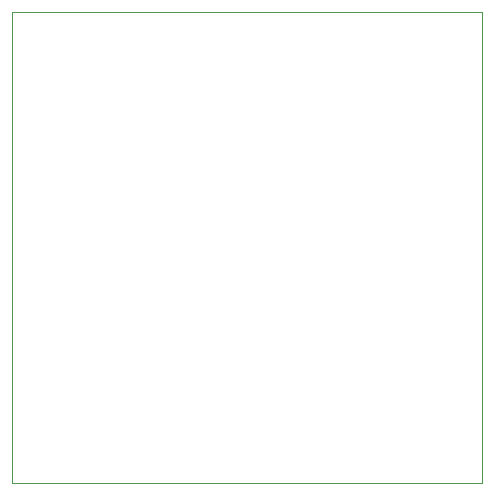
<source format=gbr>
G04 #@! TF.GenerationSoftware,KiCad,Pcbnew,(5.1.0)-1*
G04 #@! TF.CreationDate,2019-11-15T23:55:28-06:00*
G04 #@! TF.ProjectId,low_cost_multispectral_sensor,6c6f775f-636f-4737-945f-6d756c746973,rev?*
G04 #@! TF.SameCoordinates,Original*
G04 #@! TF.FileFunction,Profile,NP*
%FSLAX46Y46*%
G04 Gerber Fmt 4.6, Leading zero omitted, Abs format (unit mm)*
G04 Created by KiCad (PCBNEW (5.1.0)-1) date 2019-11-15 23:55:28*
%MOMM*%
%LPD*%
G04 APERTURE LIST*
%ADD10C,0.050000*%
G04 APERTURE END LIST*
D10*
X136625000Y-71250000D02*
X176425000Y-71250000D01*
X176425000Y-111100000D02*
X136625000Y-111100000D01*
X176425000Y-111100000D02*
X176425000Y-71250000D01*
X136625000Y-71250000D02*
X136625000Y-111100000D01*
M02*

</source>
